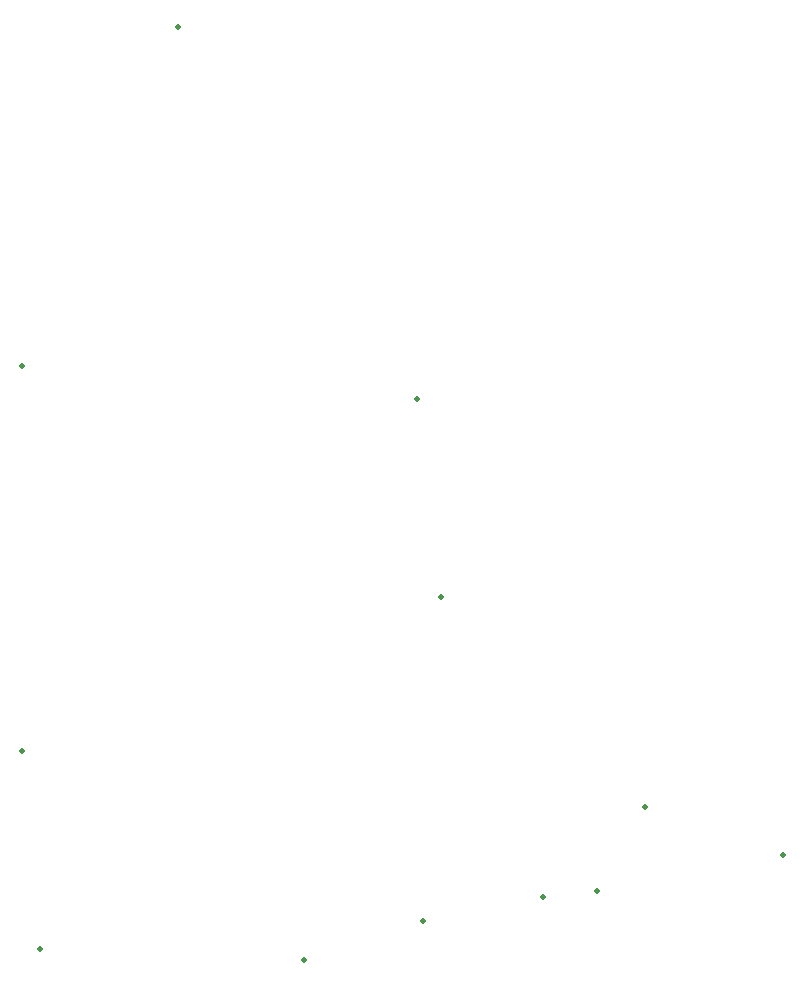
<source format=gbr>
G04 EAGLE Gerber RS-274X export*
G75*
%MOMM*%
%FSLAX34Y34*%
%LPD*%
%INVias*%
%IPPOS*%
%AMOC8*
5,1,8,0,0,1.08239X$1,22.5*%
G01*
%ADD10C,0.502400*%


D10*
X462280Y193040D03*
X360680Y172720D03*
X508000Y198120D03*
X548640Y269240D03*
X665480Y228600D03*
X260350Y139700D03*
X36830Y148590D03*
X21590Y316230D03*
X21590Y642620D03*
X153670Y929640D03*
X375920Y447040D03*
X355600Y614680D03*
M02*

</source>
